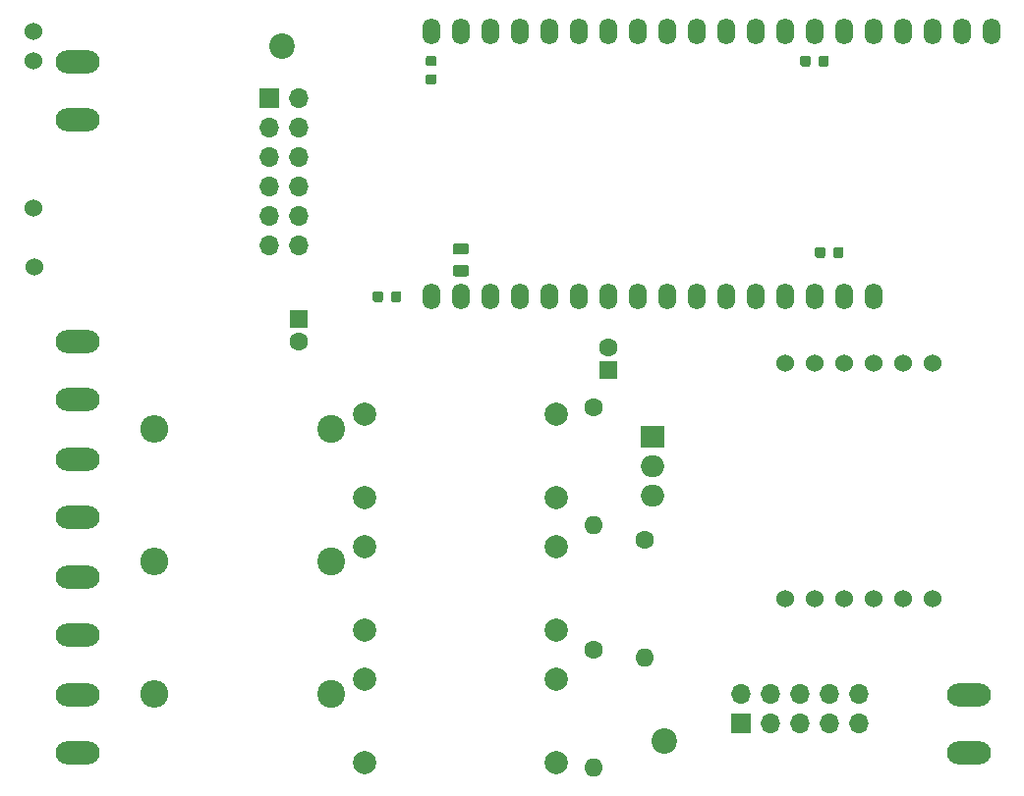
<source format=gbs>
%TF.GenerationSoftware,KiCad,Pcbnew,(5.1.5)-3*%
%TF.CreationDate,2020-07-19T14:01:50+02:00*%
%TF.ProjectId,REM-C,52454d2d-432e-46b6-9963-61645f706362,rev?*%
%TF.SameCoordinates,Original*%
%TF.FileFunction,Soldermask,Bot*%
%TF.FilePolarity,Negative*%
%FSLAX46Y46*%
G04 Gerber Fmt 4.6, Leading zero omitted, Abs format (unit mm)*
G04 Created by KiCad (PCBNEW (5.1.5)-3) date 2020-07-19 14:01:50*
%MOMM*%
%LPD*%
G04 APERTURE LIST*
%ADD10C,1.524000*%
%ADD11O,1.524000X2.268000*%
%ADD12O,1.700000X1.700000*%
%ADD13R,1.700000X1.700000*%
%ADD14C,0.100000*%
%ADD15O,1.600000X1.600000*%
%ADD16C,1.600000*%
%ADD17O,2.400000X2.400000*%
%ADD18C,2.400000*%
%ADD19O,2.000000X1.905000*%
%ADD20R,2.000000X1.905000*%
%ADD21C,2.200000*%
%ADD22O,3.784600X1.993900*%
%ADD23R,1.600000X1.600000*%
%ADD24C,2.000000*%
G04 APERTURE END LIST*
D10*
X179070000Y-83185000D03*
X176530000Y-83185000D03*
X173990000Y-83185000D03*
X171450000Y-83185000D03*
X168910000Y-83185000D03*
X166370000Y-83185000D03*
X166370000Y-62865000D03*
X168910000Y-62865000D03*
X171450000Y-62865000D03*
X173990000Y-62865000D03*
X176530000Y-62865000D03*
X179070000Y-62865000D03*
D11*
X184150000Y-34290000D03*
X181610000Y-34290000D03*
X179070000Y-34290000D03*
X176530000Y-34290000D03*
X173990000Y-34290000D03*
X171450000Y-34290000D03*
X168910000Y-34290000D03*
X166370000Y-34290000D03*
X163830000Y-34290000D03*
X161290000Y-34290000D03*
X158750000Y-34290000D03*
X156210000Y-34290000D03*
X153670000Y-34290000D03*
X151130000Y-34290000D03*
X148590000Y-34290000D03*
X146050000Y-34290000D03*
X143510000Y-34290000D03*
X140970000Y-34290000D03*
X138430000Y-34290000D03*
X135890000Y-34290000D03*
X173990000Y-57150000D03*
X171450000Y-57150000D03*
X168910000Y-57150000D03*
X166370000Y-57150000D03*
X163830000Y-57150000D03*
X161290000Y-57150000D03*
X158750000Y-57150000D03*
X156210000Y-57150000D03*
X153670000Y-57150000D03*
X151130000Y-57150000D03*
X148590000Y-57150000D03*
X146050000Y-57150000D03*
X143510000Y-57150000D03*
X140970000Y-57150000D03*
X138430000Y-57150000D03*
X135890000Y-57150000D03*
D12*
X124460000Y-52705000D03*
X121920000Y-52705000D03*
X124460000Y-50165000D03*
X121920000Y-50165000D03*
X124460000Y-47625000D03*
X121920000Y-47625000D03*
X124460000Y-45085000D03*
X121920000Y-45085000D03*
X124460000Y-42545000D03*
X121920000Y-42545000D03*
X124460000Y-40005000D03*
D13*
X121920000Y-40005000D03*
D14*
G36*
X138910142Y-52551174D02*
G01*
X138933803Y-52554684D01*
X138957007Y-52560496D01*
X138979529Y-52568554D01*
X139001153Y-52578782D01*
X139021670Y-52591079D01*
X139040883Y-52605329D01*
X139058607Y-52621393D01*
X139074671Y-52639117D01*
X139088921Y-52658330D01*
X139101218Y-52678847D01*
X139111446Y-52700471D01*
X139119504Y-52722993D01*
X139125316Y-52746197D01*
X139128826Y-52769858D01*
X139130000Y-52793750D01*
X139130000Y-53281250D01*
X139128826Y-53305142D01*
X139125316Y-53328803D01*
X139119504Y-53352007D01*
X139111446Y-53374529D01*
X139101218Y-53396153D01*
X139088921Y-53416670D01*
X139074671Y-53435883D01*
X139058607Y-53453607D01*
X139040883Y-53469671D01*
X139021670Y-53483921D01*
X139001153Y-53496218D01*
X138979529Y-53506446D01*
X138957007Y-53514504D01*
X138933803Y-53520316D01*
X138910142Y-53523826D01*
X138886250Y-53525000D01*
X137973750Y-53525000D01*
X137949858Y-53523826D01*
X137926197Y-53520316D01*
X137902993Y-53514504D01*
X137880471Y-53506446D01*
X137858847Y-53496218D01*
X137838330Y-53483921D01*
X137819117Y-53469671D01*
X137801393Y-53453607D01*
X137785329Y-53435883D01*
X137771079Y-53416670D01*
X137758782Y-53396153D01*
X137748554Y-53374529D01*
X137740496Y-53352007D01*
X137734684Y-53328803D01*
X137731174Y-53305142D01*
X137730000Y-53281250D01*
X137730000Y-52793750D01*
X137731174Y-52769858D01*
X137734684Y-52746197D01*
X137740496Y-52722993D01*
X137748554Y-52700471D01*
X137758782Y-52678847D01*
X137771079Y-52658330D01*
X137785329Y-52639117D01*
X137801393Y-52621393D01*
X137819117Y-52605329D01*
X137838330Y-52591079D01*
X137858847Y-52578782D01*
X137880471Y-52568554D01*
X137902993Y-52560496D01*
X137926197Y-52554684D01*
X137949858Y-52551174D01*
X137973750Y-52550000D01*
X138886250Y-52550000D01*
X138910142Y-52551174D01*
G37*
G36*
X138910142Y-54426174D02*
G01*
X138933803Y-54429684D01*
X138957007Y-54435496D01*
X138979529Y-54443554D01*
X139001153Y-54453782D01*
X139021670Y-54466079D01*
X139040883Y-54480329D01*
X139058607Y-54496393D01*
X139074671Y-54514117D01*
X139088921Y-54533330D01*
X139101218Y-54553847D01*
X139111446Y-54575471D01*
X139119504Y-54597993D01*
X139125316Y-54621197D01*
X139128826Y-54644858D01*
X139130000Y-54668750D01*
X139130000Y-55156250D01*
X139128826Y-55180142D01*
X139125316Y-55203803D01*
X139119504Y-55227007D01*
X139111446Y-55249529D01*
X139101218Y-55271153D01*
X139088921Y-55291670D01*
X139074671Y-55310883D01*
X139058607Y-55328607D01*
X139040883Y-55344671D01*
X139021670Y-55358921D01*
X139001153Y-55371218D01*
X138979529Y-55381446D01*
X138957007Y-55389504D01*
X138933803Y-55395316D01*
X138910142Y-55398826D01*
X138886250Y-55400000D01*
X137973750Y-55400000D01*
X137949858Y-55398826D01*
X137926197Y-55395316D01*
X137902993Y-55389504D01*
X137880471Y-55381446D01*
X137858847Y-55371218D01*
X137838330Y-55358921D01*
X137819117Y-55344671D01*
X137801393Y-55328607D01*
X137785329Y-55310883D01*
X137771079Y-55291670D01*
X137758782Y-55271153D01*
X137748554Y-55249529D01*
X137740496Y-55227007D01*
X137734684Y-55203803D01*
X137731174Y-55180142D01*
X137730000Y-55156250D01*
X137730000Y-54668750D01*
X137731174Y-54644858D01*
X137734684Y-54621197D01*
X137740496Y-54597993D01*
X137748554Y-54575471D01*
X137758782Y-54553847D01*
X137771079Y-54533330D01*
X137785329Y-54514117D01*
X137801393Y-54496393D01*
X137819117Y-54480329D01*
X137838330Y-54466079D01*
X137858847Y-54453782D01*
X137880471Y-54443554D01*
X137902993Y-54435496D01*
X137926197Y-54429684D01*
X137949858Y-54426174D01*
X137973750Y-54425000D01*
X138886250Y-54425000D01*
X138910142Y-54426174D01*
G37*
D15*
X149860000Y-97790000D03*
D16*
X149860000Y-87630000D03*
D15*
X154305000Y-88265000D03*
D16*
X154305000Y-78105000D03*
D15*
X149860000Y-76835000D03*
D16*
X149860000Y-66675000D03*
D17*
X112014000Y-80010000D03*
D18*
X127254000Y-80010000D03*
D19*
X154940000Y-74295000D03*
X154940000Y-71755000D03*
D20*
X154940000Y-69215000D03*
D12*
X172720000Y-91440000D03*
X172720000Y-93980000D03*
X170180000Y-91440000D03*
X170180000Y-93980000D03*
X167640000Y-91440000D03*
X167640000Y-93980000D03*
X165100000Y-91440000D03*
X165100000Y-93980000D03*
X162560000Y-91440000D03*
D13*
X162560000Y-93980000D03*
D21*
X156000000Y-95500000D03*
X123000000Y-35500000D03*
D22*
X182245000Y-96480000D03*
X182245000Y-91480000D03*
D17*
X112014000Y-91440000D03*
D18*
X127254000Y-91440000D03*
D22*
X105410000Y-36870000D03*
X105410000Y-41870000D03*
D14*
G36*
X169937691Y-36356053D02*
G01*
X169958926Y-36359203D01*
X169979750Y-36364419D01*
X169999962Y-36371651D01*
X170019368Y-36380830D01*
X170037781Y-36391866D01*
X170055024Y-36404654D01*
X170070930Y-36419070D01*
X170085346Y-36434976D01*
X170098134Y-36452219D01*
X170109170Y-36470632D01*
X170118349Y-36490038D01*
X170125581Y-36510250D01*
X170130797Y-36531074D01*
X170133947Y-36552309D01*
X170135000Y-36573750D01*
X170135000Y-37086250D01*
X170133947Y-37107691D01*
X170130797Y-37128926D01*
X170125581Y-37149750D01*
X170118349Y-37169962D01*
X170109170Y-37189368D01*
X170098134Y-37207781D01*
X170085346Y-37225024D01*
X170070930Y-37240930D01*
X170055024Y-37255346D01*
X170037781Y-37268134D01*
X170019368Y-37279170D01*
X169999962Y-37288349D01*
X169979750Y-37295581D01*
X169958926Y-37300797D01*
X169937691Y-37303947D01*
X169916250Y-37305000D01*
X169478750Y-37305000D01*
X169457309Y-37303947D01*
X169436074Y-37300797D01*
X169415250Y-37295581D01*
X169395038Y-37288349D01*
X169375632Y-37279170D01*
X169357219Y-37268134D01*
X169339976Y-37255346D01*
X169324070Y-37240930D01*
X169309654Y-37225024D01*
X169296866Y-37207781D01*
X169285830Y-37189368D01*
X169276651Y-37169962D01*
X169269419Y-37149750D01*
X169264203Y-37128926D01*
X169261053Y-37107691D01*
X169260000Y-37086250D01*
X169260000Y-36573750D01*
X169261053Y-36552309D01*
X169264203Y-36531074D01*
X169269419Y-36510250D01*
X169276651Y-36490038D01*
X169285830Y-36470632D01*
X169296866Y-36452219D01*
X169309654Y-36434976D01*
X169324070Y-36419070D01*
X169339976Y-36404654D01*
X169357219Y-36391866D01*
X169375632Y-36380830D01*
X169395038Y-36371651D01*
X169415250Y-36364419D01*
X169436074Y-36359203D01*
X169457309Y-36356053D01*
X169478750Y-36355000D01*
X169916250Y-36355000D01*
X169937691Y-36356053D01*
G37*
G36*
X168362691Y-36356053D02*
G01*
X168383926Y-36359203D01*
X168404750Y-36364419D01*
X168424962Y-36371651D01*
X168444368Y-36380830D01*
X168462781Y-36391866D01*
X168480024Y-36404654D01*
X168495930Y-36419070D01*
X168510346Y-36434976D01*
X168523134Y-36452219D01*
X168534170Y-36470632D01*
X168543349Y-36490038D01*
X168550581Y-36510250D01*
X168555797Y-36531074D01*
X168558947Y-36552309D01*
X168560000Y-36573750D01*
X168560000Y-37086250D01*
X168558947Y-37107691D01*
X168555797Y-37128926D01*
X168550581Y-37149750D01*
X168543349Y-37169962D01*
X168534170Y-37189368D01*
X168523134Y-37207781D01*
X168510346Y-37225024D01*
X168495930Y-37240930D01*
X168480024Y-37255346D01*
X168462781Y-37268134D01*
X168444368Y-37279170D01*
X168424962Y-37288349D01*
X168404750Y-37295581D01*
X168383926Y-37300797D01*
X168362691Y-37303947D01*
X168341250Y-37305000D01*
X167903750Y-37305000D01*
X167882309Y-37303947D01*
X167861074Y-37300797D01*
X167840250Y-37295581D01*
X167820038Y-37288349D01*
X167800632Y-37279170D01*
X167782219Y-37268134D01*
X167764976Y-37255346D01*
X167749070Y-37240930D01*
X167734654Y-37225024D01*
X167721866Y-37207781D01*
X167710830Y-37189368D01*
X167701651Y-37169962D01*
X167694419Y-37149750D01*
X167689203Y-37128926D01*
X167686053Y-37107691D01*
X167685000Y-37086250D01*
X167685000Y-36573750D01*
X167686053Y-36552309D01*
X167689203Y-36531074D01*
X167694419Y-36510250D01*
X167701651Y-36490038D01*
X167710830Y-36470632D01*
X167721866Y-36452219D01*
X167734654Y-36434976D01*
X167749070Y-36419070D01*
X167764976Y-36404654D01*
X167782219Y-36391866D01*
X167800632Y-36380830D01*
X167820038Y-36371651D01*
X167840250Y-36364419D01*
X167861074Y-36359203D01*
X167882309Y-36356053D01*
X167903750Y-36355000D01*
X168341250Y-36355000D01*
X168362691Y-36356053D01*
G37*
G36*
X131532691Y-56676053D02*
G01*
X131553926Y-56679203D01*
X131574750Y-56684419D01*
X131594962Y-56691651D01*
X131614368Y-56700830D01*
X131632781Y-56711866D01*
X131650024Y-56724654D01*
X131665930Y-56739070D01*
X131680346Y-56754976D01*
X131693134Y-56772219D01*
X131704170Y-56790632D01*
X131713349Y-56810038D01*
X131720581Y-56830250D01*
X131725797Y-56851074D01*
X131728947Y-56872309D01*
X131730000Y-56893750D01*
X131730000Y-57406250D01*
X131728947Y-57427691D01*
X131725797Y-57448926D01*
X131720581Y-57469750D01*
X131713349Y-57489962D01*
X131704170Y-57509368D01*
X131693134Y-57527781D01*
X131680346Y-57545024D01*
X131665930Y-57560930D01*
X131650024Y-57575346D01*
X131632781Y-57588134D01*
X131614368Y-57599170D01*
X131594962Y-57608349D01*
X131574750Y-57615581D01*
X131553926Y-57620797D01*
X131532691Y-57623947D01*
X131511250Y-57625000D01*
X131073750Y-57625000D01*
X131052309Y-57623947D01*
X131031074Y-57620797D01*
X131010250Y-57615581D01*
X130990038Y-57608349D01*
X130970632Y-57599170D01*
X130952219Y-57588134D01*
X130934976Y-57575346D01*
X130919070Y-57560930D01*
X130904654Y-57545024D01*
X130891866Y-57527781D01*
X130880830Y-57509368D01*
X130871651Y-57489962D01*
X130864419Y-57469750D01*
X130859203Y-57448926D01*
X130856053Y-57427691D01*
X130855000Y-57406250D01*
X130855000Y-56893750D01*
X130856053Y-56872309D01*
X130859203Y-56851074D01*
X130864419Y-56830250D01*
X130871651Y-56810038D01*
X130880830Y-56790632D01*
X130891866Y-56772219D01*
X130904654Y-56754976D01*
X130919070Y-56739070D01*
X130934976Y-56724654D01*
X130952219Y-56711866D01*
X130970632Y-56700830D01*
X130990038Y-56691651D01*
X131010250Y-56684419D01*
X131031074Y-56679203D01*
X131052309Y-56676053D01*
X131073750Y-56675000D01*
X131511250Y-56675000D01*
X131532691Y-56676053D01*
G37*
G36*
X133107691Y-56676053D02*
G01*
X133128926Y-56679203D01*
X133149750Y-56684419D01*
X133169962Y-56691651D01*
X133189368Y-56700830D01*
X133207781Y-56711866D01*
X133225024Y-56724654D01*
X133240930Y-56739070D01*
X133255346Y-56754976D01*
X133268134Y-56772219D01*
X133279170Y-56790632D01*
X133288349Y-56810038D01*
X133295581Y-56830250D01*
X133300797Y-56851074D01*
X133303947Y-56872309D01*
X133305000Y-56893750D01*
X133305000Y-57406250D01*
X133303947Y-57427691D01*
X133300797Y-57448926D01*
X133295581Y-57469750D01*
X133288349Y-57489962D01*
X133279170Y-57509368D01*
X133268134Y-57527781D01*
X133255346Y-57545024D01*
X133240930Y-57560930D01*
X133225024Y-57575346D01*
X133207781Y-57588134D01*
X133189368Y-57599170D01*
X133169962Y-57608349D01*
X133149750Y-57615581D01*
X133128926Y-57620797D01*
X133107691Y-57623947D01*
X133086250Y-57625000D01*
X132648750Y-57625000D01*
X132627309Y-57623947D01*
X132606074Y-57620797D01*
X132585250Y-57615581D01*
X132565038Y-57608349D01*
X132545632Y-57599170D01*
X132527219Y-57588134D01*
X132509976Y-57575346D01*
X132494070Y-57560930D01*
X132479654Y-57545024D01*
X132466866Y-57527781D01*
X132455830Y-57509368D01*
X132446651Y-57489962D01*
X132439419Y-57469750D01*
X132434203Y-57448926D01*
X132431053Y-57427691D01*
X132430000Y-57406250D01*
X132430000Y-56893750D01*
X132431053Y-56872309D01*
X132434203Y-56851074D01*
X132439419Y-56830250D01*
X132446651Y-56810038D01*
X132455830Y-56790632D01*
X132466866Y-56772219D01*
X132479654Y-56754976D01*
X132494070Y-56739070D01*
X132509976Y-56724654D01*
X132527219Y-56711866D01*
X132545632Y-56700830D01*
X132565038Y-56691651D01*
X132585250Y-56684419D01*
X132606074Y-56679203D01*
X132627309Y-56676053D01*
X132648750Y-56675000D01*
X133086250Y-56675000D01*
X133107691Y-56676053D01*
G37*
D16*
X151130000Y-61500000D03*
D23*
X151130000Y-63500000D03*
D16*
X124460000Y-61055000D03*
D23*
X124460000Y-59055000D03*
D14*
G36*
X136167691Y-36393553D02*
G01*
X136188926Y-36396703D01*
X136209750Y-36401919D01*
X136229962Y-36409151D01*
X136249368Y-36418330D01*
X136267781Y-36429366D01*
X136285024Y-36442154D01*
X136300930Y-36456570D01*
X136315346Y-36472476D01*
X136328134Y-36489719D01*
X136339170Y-36508132D01*
X136348349Y-36527538D01*
X136355581Y-36547750D01*
X136360797Y-36568574D01*
X136363947Y-36589809D01*
X136365000Y-36611250D01*
X136365000Y-37048750D01*
X136363947Y-37070191D01*
X136360797Y-37091426D01*
X136355581Y-37112250D01*
X136348349Y-37132462D01*
X136339170Y-37151868D01*
X136328134Y-37170281D01*
X136315346Y-37187524D01*
X136300930Y-37203430D01*
X136285024Y-37217846D01*
X136267781Y-37230634D01*
X136249368Y-37241670D01*
X136229962Y-37250849D01*
X136209750Y-37258081D01*
X136188926Y-37263297D01*
X136167691Y-37266447D01*
X136146250Y-37267500D01*
X135633750Y-37267500D01*
X135612309Y-37266447D01*
X135591074Y-37263297D01*
X135570250Y-37258081D01*
X135550038Y-37250849D01*
X135530632Y-37241670D01*
X135512219Y-37230634D01*
X135494976Y-37217846D01*
X135479070Y-37203430D01*
X135464654Y-37187524D01*
X135451866Y-37170281D01*
X135440830Y-37151868D01*
X135431651Y-37132462D01*
X135424419Y-37112250D01*
X135419203Y-37091426D01*
X135416053Y-37070191D01*
X135415000Y-37048750D01*
X135415000Y-36611250D01*
X135416053Y-36589809D01*
X135419203Y-36568574D01*
X135424419Y-36547750D01*
X135431651Y-36527538D01*
X135440830Y-36508132D01*
X135451866Y-36489719D01*
X135464654Y-36472476D01*
X135479070Y-36456570D01*
X135494976Y-36442154D01*
X135512219Y-36429366D01*
X135530632Y-36418330D01*
X135550038Y-36409151D01*
X135570250Y-36401919D01*
X135591074Y-36396703D01*
X135612309Y-36393553D01*
X135633750Y-36392500D01*
X136146250Y-36392500D01*
X136167691Y-36393553D01*
G37*
G36*
X136167691Y-37968553D02*
G01*
X136188926Y-37971703D01*
X136209750Y-37976919D01*
X136229962Y-37984151D01*
X136249368Y-37993330D01*
X136267781Y-38004366D01*
X136285024Y-38017154D01*
X136300930Y-38031570D01*
X136315346Y-38047476D01*
X136328134Y-38064719D01*
X136339170Y-38083132D01*
X136348349Y-38102538D01*
X136355581Y-38122750D01*
X136360797Y-38143574D01*
X136363947Y-38164809D01*
X136365000Y-38186250D01*
X136365000Y-38623750D01*
X136363947Y-38645191D01*
X136360797Y-38666426D01*
X136355581Y-38687250D01*
X136348349Y-38707462D01*
X136339170Y-38726868D01*
X136328134Y-38745281D01*
X136315346Y-38762524D01*
X136300930Y-38778430D01*
X136285024Y-38792846D01*
X136267781Y-38805634D01*
X136249368Y-38816670D01*
X136229962Y-38825849D01*
X136209750Y-38833081D01*
X136188926Y-38838297D01*
X136167691Y-38841447D01*
X136146250Y-38842500D01*
X135633750Y-38842500D01*
X135612309Y-38841447D01*
X135591074Y-38838297D01*
X135570250Y-38833081D01*
X135550038Y-38825849D01*
X135530632Y-38816670D01*
X135512219Y-38805634D01*
X135494976Y-38792846D01*
X135479070Y-38778430D01*
X135464654Y-38762524D01*
X135451866Y-38745281D01*
X135440830Y-38726868D01*
X135431651Y-38707462D01*
X135424419Y-38687250D01*
X135419203Y-38666426D01*
X135416053Y-38645191D01*
X135415000Y-38623750D01*
X135415000Y-38186250D01*
X135416053Y-38164809D01*
X135419203Y-38143574D01*
X135424419Y-38122750D01*
X135431651Y-38102538D01*
X135440830Y-38083132D01*
X135451866Y-38064719D01*
X135464654Y-38047476D01*
X135479070Y-38031570D01*
X135494976Y-38017154D01*
X135512219Y-38004366D01*
X135530632Y-37993330D01*
X135550038Y-37984151D01*
X135570250Y-37976919D01*
X135591074Y-37971703D01*
X135612309Y-37968553D01*
X135633750Y-37967500D01*
X136146250Y-37967500D01*
X136167691Y-37968553D01*
G37*
G36*
X169632691Y-52866053D02*
G01*
X169653926Y-52869203D01*
X169674750Y-52874419D01*
X169694962Y-52881651D01*
X169714368Y-52890830D01*
X169732781Y-52901866D01*
X169750024Y-52914654D01*
X169765930Y-52929070D01*
X169780346Y-52944976D01*
X169793134Y-52962219D01*
X169804170Y-52980632D01*
X169813349Y-53000038D01*
X169820581Y-53020250D01*
X169825797Y-53041074D01*
X169828947Y-53062309D01*
X169830000Y-53083750D01*
X169830000Y-53596250D01*
X169828947Y-53617691D01*
X169825797Y-53638926D01*
X169820581Y-53659750D01*
X169813349Y-53679962D01*
X169804170Y-53699368D01*
X169793134Y-53717781D01*
X169780346Y-53735024D01*
X169765930Y-53750930D01*
X169750024Y-53765346D01*
X169732781Y-53778134D01*
X169714368Y-53789170D01*
X169694962Y-53798349D01*
X169674750Y-53805581D01*
X169653926Y-53810797D01*
X169632691Y-53813947D01*
X169611250Y-53815000D01*
X169173750Y-53815000D01*
X169152309Y-53813947D01*
X169131074Y-53810797D01*
X169110250Y-53805581D01*
X169090038Y-53798349D01*
X169070632Y-53789170D01*
X169052219Y-53778134D01*
X169034976Y-53765346D01*
X169019070Y-53750930D01*
X169004654Y-53735024D01*
X168991866Y-53717781D01*
X168980830Y-53699368D01*
X168971651Y-53679962D01*
X168964419Y-53659750D01*
X168959203Y-53638926D01*
X168956053Y-53617691D01*
X168955000Y-53596250D01*
X168955000Y-53083750D01*
X168956053Y-53062309D01*
X168959203Y-53041074D01*
X168964419Y-53020250D01*
X168971651Y-53000038D01*
X168980830Y-52980632D01*
X168991866Y-52962219D01*
X169004654Y-52944976D01*
X169019070Y-52929070D01*
X169034976Y-52914654D01*
X169052219Y-52901866D01*
X169070632Y-52890830D01*
X169090038Y-52881651D01*
X169110250Y-52874419D01*
X169131074Y-52869203D01*
X169152309Y-52866053D01*
X169173750Y-52865000D01*
X169611250Y-52865000D01*
X169632691Y-52866053D01*
G37*
G36*
X171207691Y-52866053D02*
G01*
X171228926Y-52869203D01*
X171249750Y-52874419D01*
X171269962Y-52881651D01*
X171289368Y-52890830D01*
X171307781Y-52901866D01*
X171325024Y-52914654D01*
X171340930Y-52929070D01*
X171355346Y-52944976D01*
X171368134Y-52962219D01*
X171379170Y-52980632D01*
X171388349Y-53000038D01*
X171395581Y-53020250D01*
X171400797Y-53041074D01*
X171403947Y-53062309D01*
X171405000Y-53083750D01*
X171405000Y-53596250D01*
X171403947Y-53617691D01*
X171400797Y-53638926D01*
X171395581Y-53659750D01*
X171388349Y-53679962D01*
X171379170Y-53699368D01*
X171368134Y-53717781D01*
X171355346Y-53735024D01*
X171340930Y-53750930D01*
X171325024Y-53765346D01*
X171307781Y-53778134D01*
X171289368Y-53789170D01*
X171269962Y-53798349D01*
X171249750Y-53805581D01*
X171228926Y-53810797D01*
X171207691Y-53813947D01*
X171186250Y-53815000D01*
X170748750Y-53815000D01*
X170727309Y-53813947D01*
X170706074Y-53810797D01*
X170685250Y-53805581D01*
X170665038Y-53798349D01*
X170645632Y-53789170D01*
X170627219Y-53778134D01*
X170609976Y-53765346D01*
X170594070Y-53750930D01*
X170579654Y-53735024D01*
X170566866Y-53717781D01*
X170555830Y-53699368D01*
X170546651Y-53679962D01*
X170539419Y-53659750D01*
X170534203Y-53638926D01*
X170531053Y-53617691D01*
X170530000Y-53596250D01*
X170530000Y-53083750D01*
X170531053Y-53062309D01*
X170534203Y-53041074D01*
X170539419Y-53020250D01*
X170546651Y-53000038D01*
X170555830Y-52980632D01*
X170566866Y-52962219D01*
X170579654Y-52944976D01*
X170594070Y-52929070D01*
X170609976Y-52914654D01*
X170627219Y-52901866D01*
X170645632Y-52890830D01*
X170665038Y-52881651D01*
X170685250Y-52874419D01*
X170706074Y-52869203D01*
X170727309Y-52866053D01*
X170748750Y-52865000D01*
X171186250Y-52865000D01*
X171207691Y-52866053D01*
G37*
D17*
X112014000Y-68580000D03*
D18*
X127254000Y-68580000D03*
D24*
X130175000Y-97378000D03*
X146675000Y-97378000D03*
X146675000Y-90178000D03*
X130175000Y-90178000D03*
X130175000Y-85948000D03*
X146675000Y-85948000D03*
X146675000Y-78748000D03*
X130175000Y-78748000D03*
X130175000Y-74518000D03*
X146675000Y-74518000D03*
X146675000Y-67318000D03*
X130175000Y-67318000D03*
D10*
X101720000Y-54610000D03*
X101600000Y-49530000D03*
X101600000Y-36830000D03*
X101600000Y-34290000D03*
D22*
X105410000Y-61000000D03*
X105410000Y-66000000D03*
X105410000Y-91480000D03*
X105410000Y-96480000D03*
X105410000Y-81320000D03*
X105410000Y-86320000D03*
X105410000Y-71160000D03*
X105410000Y-76160000D03*
M02*

</source>
